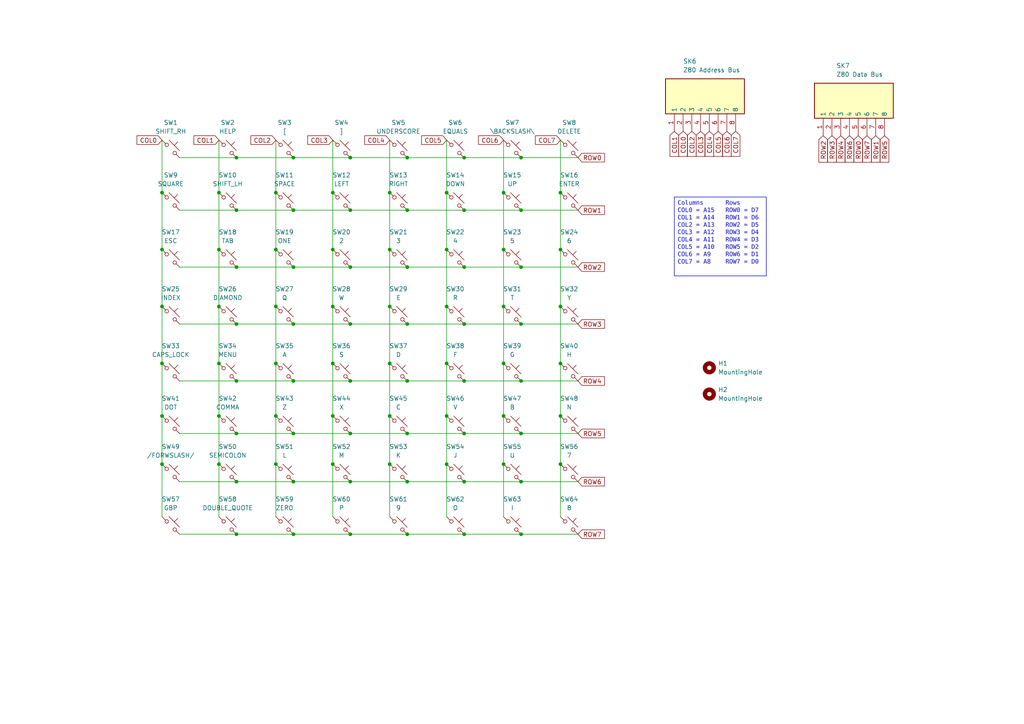
<source format=kicad_sch>
(kicad_sch (version 20250114) (generator "eeschema") (generator_version "9.0")
  (paper "A4")
  (title_block (title "Z88 Mechanical Keyboard") (date "1-Jul-2025") (rev "WIP") (company "Brett Hallen") (comment 1 "www.youtube.com/@Brfff"))
  (lib_symbols
    (symbol "Clueless_Engineer:5-520314-8"
      (property "Reference" "J" (at 16.51 7.62 0))
      (property "Value" "5-520314-8" (at 16.51 5.08 0))
      (symbol "5-520314-8_1_1"
        (rectangle (start 5.08 2.54) (end 15.24 -20.32) (stroke (width 0.254)) (fill (type background)))
        (pin passive line (at 0 0 0) (length 5.08) (name "1") (number "1"))
        (pin passive line (at 0 -2.54 0) (length 5.08) (name "2") (number "2"))
        (pin passive line (at 0 -5.08 0) (length 5.08) (name "3") (number "3"))
        (pin passive line (at 0 -7.62 0) (length 5.08) (name "4") (number "4"))
        (pin passive line (at 0 -10.16 0) (length 5.08) (name "5") (number "5"))
        (pin passive line (at 0 -12.7 0) (length 5.08) (name "6") (number "6"))
        (pin passive line (at 0 -15.24 0) (length 5.08) (name "7") (number "7"))
        (pin passive line (at 0 -17.78 0) (length 5.08) (name "8") (number "8"))
      )
    )
    (symbol "Mechanical:MountingHole" (pin_names (offset 1.016)) (exclude_from_sim yes) (in_bom no)
      (property "Reference" "H" (at 0 5.08 0))
      (property "Value" "MountingHole" (at 0 3.175 0))
      (symbol "MountingHole_0_1"
        (circle (center 0 0) (radius 1.27) (stroke (width 1.27)))
      )
    )
    (symbol "Switch:SW_Push_45deg" (pin_numbers (hide yes)) (pin_names (offset 1.016) (hide yes))
      (property "Reference" "SW" (at 3.048 1.016 0))
      (property "Value" "SW_Push_45deg" (at 0 -3.81 0))
      (symbol "SW_Push_45deg_0_1"
        (polyline (pts (xy -2.54 2.54) (xy -1.524 1.524) (xy -1.524 1.524)))
        (circle (center -1.1684 1.1684) (radius 0.508))
        (polyline (pts (xy -0.508 2.54) (xy 2.54 -0.508)))
        (polyline (pts (xy 1.016 1.016) (xy 2.032 2.032)))
        (circle (center 1.143 -1.1938) (radius 0.508))
        (polyline (pts (xy 1.524 -1.524) (xy 2.54 -2.54) (xy 2.54 -2.54) (xy 2.54 -2.54)))
        (pin passive line (at -2.54 2.54 0) (length 0) (name "1") (number "1"))
        (pin passive line (at 2.54 -2.54 180) (length 0) (name "2") (number "2"))
      )
    )
  )
  (text_box "Columns      Rows\nCOL0 = A15   ROW0 = D7\nCOL1 = A14   ROW1 = D6\nCOL2 = A13   ROW2 = D5\nCOL3 = A12   ROW3 = D4\nCOL4 = A11   ROW4 = D3\nCOL5 = A10   ROW5 = D2\nCOL6 = A9    ROW6 = D1\nCOL7 = A8    ROW7 = D0" (at 195.58 57.15 0) (size 26.67 22.86) (margins 0.9525 0.9525 0.9525 0.9525) (effects (font (size 1.27 1.27)) (justify left top)))
  (junction (at 162.56 120.65))
  (junction (at 151.13 110.49))
  (junction (at 118.11 110.49))
  (junction (at 129.54 55.88))
  (junction (at 101.6 139.7))
  (junction (at 129.54 120.65))
  (junction (at 134.62 154.94))
  (junction (at 80.01 55.88))
  (junction (at 118.11 139.7))
  (junction (at 68.58 154.94))
  (junction (at 96.52 55.88))
  (junction (at 151.13 154.94))
  (junction (at 129.54 88.9))
  (junction (at 46.99 120.65))
  (junction (at 113.03 88.9))
  (junction (at 113.03 120.65))
  (junction (at 129.54 72.39))
  (junction (at 146.05 105.41))
  (junction (at 46.99 55.88))
  (junction (at 101.6 110.49))
  (junction (at 80.01 120.65))
  (junction (at 113.03 72.39))
  (junction (at 63.5 72.39))
  (junction (at 134.62 93.98))
  (junction (at 113.03 134.62))
  (junction (at 68.58 139.7))
  (junction (at 162.56 88.9))
  (junction (at 101.6 93.98))
  (junction (at 63.5 120.65))
  (junction (at 151.13 77.47))
  (junction (at 162.56 105.41))
  (junction (at 46.99 72.39))
  (junction (at 80.01 134.62))
  (junction (at 46.99 88.9))
  (junction (at 80.01 88.9))
  (junction (at 63.5 88.9))
  (junction (at 151.13 60.96))
  (junction (at 118.11 125.73))
  (junction (at 80.01 105.41))
  (junction (at 68.58 110.49))
  (junction (at 46.99 134.62))
  (junction (at 96.52 134.62))
  (junction (at 101.6 125.73))
  (junction (at 85.09 77.47))
  (junction (at 68.58 125.73))
  (junction (at 146.05 120.65))
  (junction (at 134.62 125.73))
  (junction (at 162.56 55.88))
  (junction (at 85.09 110.49))
  (junction (at 151.13 93.98))
  (junction (at 118.11 77.47))
  (junction (at 118.11 154.94))
  (junction (at 85.09 45.72))
  (junction (at 151.13 45.72))
  (junction (at 162.56 72.39))
  (junction (at 134.62 77.47))
  (junction (at 151.13 125.73))
  (junction (at 63.5 105.41))
  (junction (at 118.11 60.96))
  (junction (at 101.6 60.96))
  (junction (at 85.09 139.7))
  (junction (at 46.99 105.41))
  (junction (at 96.52 72.39))
  (junction (at 146.05 55.88))
  (junction (at 85.09 154.94))
  (junction (at 162.56 134.62))
  (junction (at 68.58 45.72))
  (junction (at 68.58 60.96))
  (junction (at 118.11 45.72))
  (junction (at 63.5 134.62))
  (junction (at 134.62 110.49))
  (junction (at 68.58 93.98))
  (junction (at 113.03 55.88))
  (junction (at 134.62 60.96))
  (junction (at 96.52 120.65))
  (junction (at 85.09 125.73))
  (junction (at 63.5 55.88))
  (junction (at 146.05 88.9))
  (junction (at 68.58 77.47))
  (junction (at 134.62 45.72))
  (junction (at 129.54 105.41))
  (junction (at 146.05 72.39))
  (junction (at 146.05 134.62))
  (junction (at 101.6 45.72))
  (junction (at 80.01 72.39))
  (junction (at 129.54 134.62))
  (junction (at 113.03 105.41))
  (junction (at 101.6 77.47))
  (junction (at 151.13 139.7))
  (junction (at 96.52 105.41))
  (junction (at 101.6 154.94))
  (junction (at 118.11 93.98))
  (junction (at 85.09 93.98))
  (junction (at 85.09 60.96))
  (junction (at 134.62 139.7))
  (junction (at 96.52 88.9))
  (wire (pts (xy 80.01 134.62) (xy 80.01 149.86)))
  (wire (pts (xy 68.58 77.47) (xy 85.09 77.47)))
  (wire (pts (xy 63.5 40.64) (xy 63.5 55.88)))
  (wire (pts (xy 118.11 125.73) (xy 134.62 125.73)))
  (wire (pts (xy 146.05 120.65) (xy 146.05 134.62)))
  (wire (pts (xy 146.05 134.62) (xy 146.05 149.86)))
  (wire (pts (xy 63.5 88.9) (xy 63.5 105.41)))
  (wire (pts (xy 52.07 110.49) (xy 68.58 110.49)))
  (wire (pts (xy 129.54 55.88) (xy 129.54 72.39)))
  (wire (pts (xy 46.99 88.9) (xy 46.99 105.41)))
  (wire (pts (xy 80.01 40.64) (xy 80.01 55.88)))
  (wire (pts (xy 46.99 40.64) (xy 46.99 55.88)))
  (wire (pts (xy 52.07 77.47) (xy 68.58 77.47)))
  (wire (pts (xy 80.01 105.41) (xy 80.01 120.65)))
  (wire (pts (xy 85.09 77.47) (xy 101.6 77.47)))
  (wire (pts (xy 134.62 154.94) (xy 151.13 154.94)))
  (wire (pts (xy 68.58 60.96) (xy 85.09 60.96)))
  (wire (pts (xy 63.5 55.88) (xy 63.5 72.39)))
  (wire (pts (xy 80.01 88.9) (xy 80.01 105.41)))
  (wire (pts (xy 118.11 139.7) (xy 134.62 139.7)))
  (wire (pts (xy 151.13 125.73) (xy 167.64 125.73)))
  (wire (pts (xy 46.99 72.39) (xy 46.99 88.9)))
  (wire (pts (xy 46.99 105.41) (xy 46.99 120.65)))
  (wire (pts (xy 113.03 40.64) (xy 113.03 55.88)))
  (wire (pts (xy 52.07 93.98) (xy 68.58 93.98)))
  (wire (pts (xy 63.5 72.39) (xy 63.5 88.9)))
  (wire (pts (xy 68.58 110.49) (xy 85.09 110.49)))
  (wire (pts (xy 151.13 60.96) (xy 167.64 60.96)))
  (wire (pts (xy 113.03 55.88) (xy 113.03 72.39)))
  (wire (pts (xy 52.07 45.72) (xy 68.58 45.72)))
  (wire (pts (xy 118.11 45.72) (xy 134.62 45.72)))
  (wire (pts (xy 101.6 139.7) (xy 118.11 139.7)))
  (wire (pts (xy 134.62 110.49) (xy 151.13 110.49)))
  (wire (pts (xy 101.6 60.96) (xy 118.11 60.96)))
  (wire (pts (xy 134.62 60.96) (xy 151.13 60.96)))
  (wire (pts (xy 96.52 120.65) (xy 96.52 134.62)))
  (wire (pts (xy 96.52 134.62) (xy 96.52 149.86)))
  (wire (pts (xy 46.99 55.88) (xy 46.99 72.39)))
  (wire (pts (xy 146.05 88.9) (xy 146.05 105.41)))
  (wire (pts (xy 113.03 134.62) (xy 113.03 149.86)))
  (wire (pts (xy 80.01 72.39) (xy 80.01 88.9)))
  (wire (pts (xy 101.6 154.94) (xy 118.11 154.94)))
  (wire (pts (xy 129.54 120.65) (xy 129.54 134.62)))
  (wire (pts (xy 96.52 55.88) (xy 96.52 72.39)))
  (wire (pts (xy 63.5 105.41) (xy 63.5 120.65)))
  (wire (pts (xy 80.01 120.65) (xy 80.01 134.62)))
  (wire (pts (xy 134.62 45.72) (xy 151.13 45.72)))
  (wire (pts (xy 46.99 120.65) (xy 46.99 134.62)))
  (wire (pts (xy 80.01 55.88) (xy 80.01 72.39)))
  (wire (pts (xy 129.54 88.9) (xy 129.54 105.41)))
  (wire (pts (xy 46.99 134.62) (xy 46.99 149.86)))
  (wire (pts (xy 63.5 120.65) (xy 63.5 134.62)))
  (wire (pts (xy 151.13 110.49) (xy 167.64 110.49)))
  (wire (pts (xy 129.54 40.64) (xy 129.54 55.88)))
  (wire (pts (xy 118.11 93.98) (xy 134.62 93.98)))
  (wire (pts (xy 162.56 134.62) (xy 162.56 149.86)))
  (wire (pts (xy 146.05 105.41) (xy 146.05 120.65)))
  (wire (pts (xy 101.6 110.49) (xy 118.11 110.49)))
  (wire (pts (xy 85.09 154.94) (xy 101.6 154.94)))
  (wire (pts (xy 52.07 125.73) (xy 68.58 125.73)))
  (wire (pts (xy 118.11 154.94) (xy 134.62 154.94)))
  (wire (pts (xy 162.56 120.65) (xy 162.56 134.62)))
  (wire (pts (xy 113.03 88.9) (xy 113.03 105.41)))
  (wire (pts (xy 134.62 93.98) (xy 151.13 93.98)))
  (wire (pts (xy 113.03 105.41) (xy 113.03 120.65)))
  (wire (pts (xy 146.05 55.88) (xy 146.05 72.39)))
  (wire (pts (xy 146.05 72.39) (xy 146.05 88.9)))
  (wire (pts (xy 129.54 134.62) (xy 129.54 149.86)))
  (wire (pts (xy 162.56 40.64) (xy 162.56 55.88)))
  (wire (pts (xy 129.54 105.41) (xy 129.54 120.65)))
  (wire (pts (xy 118.11 77.47) (xy 134.62 77.47)))
  (wire (pts (xy 134.62 77.47) (xy 151.13 77.47)))
  (wire (pts (xy 96.52 40.64) (xy 96.52 55.88)))
  (wire (pts (xy 151.13 154.94) (xy 167.64 154.94)))
  (wire (pts (xy 101.6 77.47) (xy 118.11 77.47)))
  (wire (pts (xy 151.13 45.72) (xy 167.64 45.72)))
  (wire (pts (xy 85.09 45.72) (xy 101.6 45.72)))
  (wire (pts (xy 101.6 125.73) (xy 118.11 125.73)))
  (wire (pts (xy 85.09 93.98) (xy 101.6 93.98)))
  (wire (pts (xy 68.58 154.94) (xy 85.09 154.94)))
  (wire (pts (xy 134.62 139.7) (xy 151.13 139.7)))
  (wire (pts (xy 146.05 40.64) (xy 146.05 55.88)))
  (wire (pts (xy 96.52 88.9) (xy 96.52 105.41)))
  (wire (pts (xy 85.09 139.7) (xy 101.6 139.7)))
  (wire (pts (xy 118.11 60.96) (xy 134.62 60.96)))
  (wire (pts (xy 113.03 72.39) (xy 113.03 88.9)))
  (wire (pts (xy 101.6 93.98) (xy 118.11 93.98)))
  (wire (pts (xy 68.58 45.72) (xy 85.09 45.72)))
  (wire (pts (xy 162.56 72.39) (xy 162.56 88.9)))
  (wire (pts (xy 118.11 110.49) (xy 134.62 110.49)))
  (wire (pts (xy 52.07 154.94) (xy 68.58 154.94)))
  (wire (pts (xy 52.07 139.7) (xy 68.58 139.7)))
  (wire (pts (xy 151.13 93.98) (xy 167.64 93.98)))
  (wire (pts (xy 68.58 125.73) (xy 85.09 125.73)))
  (wire (pts (xy 113.03 120.65) (xy 113.03 134.62)))
  (wire (pts (xy 85.09 60.96) (xy 101.6 60.96)))
  (wire (pts (xy 85.09 110.49) (xy 101.6 110.49)))
  (wire (pts (xy 101.6 45.72) (xy 118.11 45.72)))
  (wire (pts (xy 162.56 55.88) (xy 162.56 72.39)))
  (wire (pts (xy 68.58 93.98) (xy 85.09 93.98)))
  (wire (pts (xy 63.5 134.62) (xy 63.5 149.86)))
  (wire (pts (xy 129.54 72.39) (xy 129.54 88.9)))
  (wire (pts (xy 68.58 139.7) (xy 85.09 139.7)))
  (wire (pts (xy 151.13 77.47) (xy 167.64 77.47)))
  (wire (pts (xy 96.52 72.39) (xy 96.52 88.9)))
  (wire (pts (xy 162.56 105.41) (xy 162.56 120.65)))
  (wire (pts (xy 52.07 60.96) (xy 68.58 60.96)))
  (wire (pts (xy 85.09 125.73) (xy 101.6 125.73)))
  (wire (pts (xy 134.62 125.73) (xy 151.13 125.73)))
  (wire (pts (xy 162.56 88.9) (xy 162.56 105.41)))
  (wire (pts (xy 96.52 105.41) (xy 96.52 120.65)))
  (wire (pts (xy 151.13 139.7) (xy 167.64 139.7)))
  (global_label "COL7" (shape input) (at 213.36 38.1 270) (property "Intersheetrefs" "${INTERSHEET_REFS}" (effects (hide yes))))
  (global_label "ROW7" (shape input) (at 167.64 154.94 0) (property "Intersheetrefs" "${INTERSHEET_REFS}" (effects (hide yes))))
  (global_label "COL2" (shape input) (at 80.01 40.64 180) (property "Intersheetrefs" "${INTERSHEET_REFS}" (effects (hide yes))))
  (global_label "COL0" (shape input) (at 198.12 38.1 270) (property "Intersheetrefs" "${INTERSHEET_REFS}" (effects (hide yes))))
  (global_label "COL1" (shape input) (at 63.5 40.64 180) (property "Intersheetrefs" "${INTERSHEET_REFS}" (effects (hide yes))))
  (global_label "COL5" (shape input) (at 129.54 40.64 180) (property "Intersheetrefs" "${INTERSHEET_REFS}" (effects (hide yes))))
  (global_label "COL3" (shape input) (at 203.2 38.1 270) (property "Intersheetrefs" "${INTERSHEET_REFS}" (effects (hide yes))))
  (global_label "ROW3" (shape input) (at 167.64 93.98 0) (property "Intersheetrefs" "${INTERSHEET_REFS}" (effects (hide yes))))
  (global_label "COL7" (shape input) (at 162.56 40.64 180) (property "Intersheetrefs" "${INTERSHEET_REFS}" (effects (hide yes))))
  (global_label "COL0" (shape input) (at 46.99 40.64 180) (property "Intersheetrefs" "${INTERSHEET_REFS}" (effects (hide yes))))
  (global_label "ROW4" (shape input) (at 167.64 110.49 0) (property "Intersheetrefs" "${INTERSHEET_REFS}" (effects (hide yes))))
  (global_label "ROW5" (shape input) (at 256.54 39.37 270) (property "Intersheetrefs" "${INTERSHEET_REFS}" (effects (hide yes))))
  (global_label "ROW2" (shape input) (at 167.64 77.47 0) (property "Intersheetrefs" "${INTERSHEET_REFS}" (effects (hide yes))))
  (global_label "COL6" (shape input) (at 210.82 38.1 270) (property "Intersheetrefs" "${INTERSHEET_REFS}" (effects (hide yes))))
  (global_label "COL2" (shape input) (at 200.66 38.1 270) (property "Intersheetrefs" "${INTERSHEET_REFS}" (effects (hide yes))))
  (global_label "COL4" (shape input) (at 113.03 40.64 180) (property "Intersheetrefs" "${INTERSHEET_REFS}" (effects (hide yes))))
  (global_label "ROW2" (shape input) (at 238.76 39.37 270) (property "Intersheetrefs" "${INTERSHEET_REFS}" (effects (hide yes))))
  (global_label "ROW1" (shape input) (at 167.64 60.96 0) (property "Intersheetrefs" "${INTERSHEET_REFS}" (effects (hide yes))))
  (global_label "COL3" (shape input) (at 96.52 40.64 180) (property "Intersheetrefs" "${INTERSHEET_REFS}" (effects (hide yes))))
  (global_label "ROW5" (shape input) (at 167.64 125.73 0) (property "Intersheetrefs" "${INTERSHEET_REFS}" (effects (hide yes))))
  (global_label "COL1" (shape input) (at 195.58 38.1 270) (property "Intersheetrefs" "${INTERSHEET_REFS}" (effects (hide yes))))
  (global_label "ROW6" (shape input) (at 246.38 39.37 270) (property "Intersheetrefs" "${INTERSHEET_REFS}" (effects (hide yes))))
  (global_label "ROW6" (shape input) (at 167.64 139.7 0) (property "Intersheetrefs" "${INTERSHEET_REFS}" (effects (hide yes))))
  (global_label "ROW4" (shape input) (at 243.84 39.37 270) (property "Intersheetrefs" "${INTERSHEET_REFS}" (effects (hide yes))))
  (global_label "ROW0" (shape input) (at 248.92 39.37 270) (property "Intersheetrefs" "${INTERSHEET_REFS}" (effects (hide yes))))
  (global_label "COL4" (shape input) (at 205.74 38.1 270) (property "Intersheetrefs" "${INTERSHEET_REFS}" (effects (hide yes))))
  (global_label "COL6" (shape input) (at 146.05 40.64 180) (property "Intersheetrefs" "${INTERSHEET_REFS}" (effects (hide yes))))
  (global_label "COL5" (shape input) (at 208.28 38.1 270) (property "Intersheetrefs" "${INTERSHEET_REFS}" (effects (hide yes))))
  (global_label "ROW0" (shape input) (at 167.64 45.72 0) (property "Intersheetrefs" "${INTERSHEET_REFS}" (effects (hide yes))))
  (global_label "ROW7" (shape input) (at 251.46 39.37 270) (property "Intersheetrefs" "${INTERSHEET_REFS}" (effects (hide yes))))
  (global_label "ROW3" (shape input) (at 241.3 39.37 270) (property "Intersheetrefs" "${INTERSHEET_REFS}" (effects (hide yes))))
  (global_label "ROW1" (shape input) (at 254 39.37 270) (property "Intersheetrefs" "${INTERSHEET_REFS}" (effects (hide yes))))
  (symbol (lib_id "Switch:SW_Push_45deg") (at 82.55 137.16 0) (unit 1)
    (property "Reference" "SW51" (at 82.55 129.54 0))
    (property "Value" "L" (at 82.55 132.08 0))
    (property "Footprint" "Clueless_Engineer:SW_Gateron_LowProfile_THT" (effects (hide yes)))
    (property "Description" "Push button switch, normally open, two pins, 45° tilted" (effects (hide yes)))
  )
  (symbol (lib_id "Switch:SW_Push_45deg") (at 115.57 123.19 0) (unit 1)
    (property "Reference" "SW45" (at 115.57 115.57 0))
    (property "Value" "C" (at 115.57 118.11 0))
    (property "Footprint" "Clueless_Engineer:SW_Gateron_LowProfile_THT" (effects (hide yes)))
    (property "Description" "Push button switch, normally open, two pins, 45° tilted" (effects (hide yes)))
  )
  (symbol (lib_id "Mechanical:MountingHole") (at 205.74 106.68 0) (unit 1) (exclude_from_sim yes) (in_bom no)
    (property "Reference" "H1" (at 208.28 105.4099 0) (effects (justify left)))
    (property "Value" "MountingHole" (at 208.28 107.9499 0) (effects (justify left)))
    (property "Footprint" "MountingHole:MountingHole_3.2mm_M3" (effects (hide yes)))
    (property "Description" "Mounting Hole without connection" (effects (hide yes)))
  )
  (symbol (lib_id "Switch:SW_Push_45deg") (at 165.1 43.18 0) (unit 1)
    (property "Reference" "SW8" (at 165.1 35.56 0))
    (property "Value" "DELETE" (at 165.1 38.1 0))
    (property "Footprint" "Clueless_Engineer:SW_Gateron_LowProfile_THT" (effects (hide yes)))
    (property "Description" "Push button switch, normally open, two pins, 45° tilted" (effects (hide yes)))
  )
  (symbol (lib_id "Switch:SW_Push_45deg") (at 115.57 43.18 0) (unit 1)
    (property "Reference" "SW5" (at 115.57 35.56 0))
    (property "Value" "UNDERSCORE" (at 115.57 38.1 0))
    (property "Footprint" "Clueless_Engineer:SW_Gateron_LowProfile_THT" (effects (hide yes)))
    (property "Description" "Push button switch, normally open, two pins, 45° tilted" (effects (hide yes)))
  )
  (symbol (lib_id "Switch:SW_Push_45deg") (at 132.08 152.4 0) (unit 1)
    (property "Reference" "SW62" (at 132.08 144.78 0))
    (property "Value" "O" (at 132.08 147.32 0))
    (property "Footprint" "Clueless_Engineer:SW_Gateron_LowProfile_THT" (effects (hide yes)))
    (property "Description" "Push button switch, normally open, two pins, 45° tilted" (effects (hide yes)))
  )
  (symbol (lib_id "Switch:SW_Push_45deg") (at 66.04 152.4 0) (unit 1)
    (property "Reference" "SW58" (at 66.04 144.78 0))
    (property "Value" "DOUBLE_QUOTE" (at 66.04 147.32 0))
    (property "Footprint" "Clueless_Engineer:SW_Gateron_LowProfile_THT" (effects (hide yes)))
    (property "Description" "Push button switch, normally open, two pins, 45° tilted" (effects (hide yes)))
  )
  (symbol (lib_id "Switch:SW_Push_45deg") (at 49.53 58.42 0) (unit 1)
    (property "Reference" "SW9" (at 49.53 50.8 0))
    (property "Value" "SQUARE" (at 49.53 53.34 0))
    (property "Footprint" "Clueless_Engineer:SW_Gateron_LowProfile_THT" (effects (hide yes)))
    (property "Description" "Push button switch, normally open, two pins, 45° tilted" (effects (hide yes)))
  )
  (symbol (lib_id "Switch:SW_Push_45deg") (at 115.57 137.16 0) (unit 1)
    (property "Reference" "SW53" (at 115.57 129.54 0))
    (property "Value" "K" (at 115.57 132.08 0))
    (property "Footprint" "Clueless_Engineer:SW_Gateron_LowProfile_THT" (effects (hide yes)))
    (property "Description" "Push button switch, normally open, two pins, 45° tilted" (effects (hide yes)))
  )
  (symbol (lib_id "Switch:SW_Push_45deg") (at 82.55 123.19 0) (unit 1)
    (property "Reference" "SW43" (at 82.55 115.57 0))
    (property "Value" "Z" (at 82.55 118.11 0))
    (property "Footprint" "Clueless_Engineer:SW_Gateron_LowProfile_THT" (effects (hide yes)))
    (property "Description" "Push button switch, normally open, two pins, 45° tilted" (effects (hide yes)))
  )
  (symbol (lib_id "Switch:SW_Push_45deg") (at 82.55 91.44 0) (unit 1)
    (property "Reference" "SW27" (at 82.55 83.82 0))
    (property "Value" "Q" (at 82.55 86.36 0))
    (property "Footprint" "Clueless_Engineer:SW_Gateron_LowProfile_THT" (effects (hide yes)))
    (property "Description" "Push button switch, normally open, two pins, 45° tilted" (effects (hide yes)))
  )
  (symbol (lib_id "Switch:SW_Push_45deg") (at 115.57 152.4 0) (unit 1)
    (property "Reference" "SW61" (at 115.57 144.78 0))
    (property "Value" "9" (at 115.57 147.32 0))
    (property "Footprint" "Clueless_Engineer:SW_Gateron_LowProfile_THT" (effects (hide yes)))
    (property "Description" "Push button switch, normally open, two pins, 45° tilted" (effects (hide yes)))
  )
  (symbol (lib_id "Switch:SW_Push_45deg") (at 148.59 123.19 0) (unit 1)
    (property "Reference" "SW47" (at 148.59 115.57 0))
    (property "Value" "B" (at 148.59 118.11 0))
    (property "Footprint" "Clueless_Engineer:SW_Gateron_LowProfile_THT" (effects (hide yes)))
    (property "Description" "Push button switch, normally open, two pins, 45° tilted" (effects (hide yes)))
  )
  (symbol (lib_id "Switch:SW_Push_45deg") (at 82.55 74.93 0) (unit 1)
    (property "Reference" "SW19" (at 82.55 67.31 0))
    (property "Value" "ONE" (at 82.55 69.85 0))
    (property "Footprint" "Clueless_Engineer:SW_Gateron_LowProfile_THT" (effects (hide yes)))
    (property "Description" "Push button switch, normally open, two pins, 45° tilted" (effects (hide yes)))
  )
  (symbol (lib_id "Switch:SW_Push_45deg") (at 82.55 43.18 0) (unit 1)
    (property "Reference" "SW3" (at 82.55 35.56 0))
    (property "Value" "[" (at 82.55 38.1 0))
    (property "Footprint" "Clueless_Engineer:SW_Gateron_LowProfile_THT" (effects (hide yes)))
    (property "Description" "Push button switch, normally open, two pins, 45° tilted" (effects (hide yes)))
  )
  (symbol (lib_id "Switch:SW_Push_45deg") (at 49.53 107.95 0) (unit 1)
    (property "Reference" "SW33" (at 49.53 100.33 0))
    (property "Value" "CAPS_LOCK" (at 49.53 102.87 0))
    (property "Footprint" "Clueless_Engineer:SW_Gateron_LowProfile_THT" (effects (hide yes)))
    (property "Description" "Push button switch, normally open, two pins, 45° tilted" (effects (hide yes)))
  )
  (symbol (lib_id "Switch:SW_Push_45deg") (at 49.53 137.16 0) (unit 1)
    (property "Reference" "SW49" (at 49.53 129.54 0))
    (property "Value" "/FORWSLASH/" (at 49.53 132.08 0))
    (property "Footprint" "Clueless_Engineer:SW_Gateron_LowProfile_THT" (effects (hide yes)))
    (property "Description" "Push button switch, normally open, two pins, 45° tilted" (effects (hide yes)))
  )
  (symbol (lib_id "Switch:SW_Push_45deg") (at 132.08 58.42 0) (unit 1)
    (property "Reference" "SW14" (at 132.08 50.8 0))
    (property "Value" "DOWN" (at 132.08 53.34 0))
    (property "Footprint" "Clueless_Engineer:SW_Gateron_LowProfile_THT" (effects (hide yes)))
    (property "Description" "Push button switch, normally open, two pins, 45° tilted" (effects (hide yes)))
  )
  (symbol (lib_id "Switch:SW_Push_45deg") (at 132.08 74.93 0) (unit 1)
    (property "Reference" "SW22" (at 132.08 67.31 0))
    (property "Value" "4" (at 132.08 69.85 0))
    (property "Footprint" "Clueless_Engineer:SW_Gateron_LowProfile_THT" (effects (hide yes)))
    (property "Description" "Push button switch, normally open, two pins, 45° tilted" (effects (hide yes)))
  )
  (symbol (lib_id "Switch:SW_Push_45deg") (at 99.06 123.19 0) (unit 1)
    (property "Reference" "SW44" (at 99.06 115.57 0))
    (property "Value" "X" (at 99.06 118.11 0))
    (property "Footprint" "Clueless_Engineer:SW_Gateron_LowProfile_THT" (effects (hide yes)))
    (property "Description" "Push button switch, normally open, two pins, 45° tilted" (effects (hide yes)))
  )
  (symbol (lib_id "Switch:SW_Push_45deg") (at 115.57 107.95 0) (unit 1)
    (property "Reference" "SW37" (at 115.57 100.33 0))
    (property "Value" "D" (at 115.57 102.87 0))
    (property "Footprint" "Clueless_Engineer:SW_Gateron_LowProfile_THT" (effects (hide yes)))
    (property "Description" "Push button switch, normally open, two pins, 45° tilted" (effects (hide yes)))
  )
  (symbol (lib_id "Switch:SW_Push_45deg") (at 82.55 58.42 0) (unit 1)
    (property "Reference" "SW11" (at 82.55 50.8 0))
    (property "Value" "SPACE" (at 82.55 53.34 0))
    (property "Footprint" "Clueless_Engineer:SW_Gateron_LowProfile_THT" (effects (hide yes)))
    (property "Description" "Push button switch, normally open, two pins, 45° tilted" (effects (hide yes)))
  )
  (symbol (lib_id "Switch:SW_Push_45deg") (at 66.04 74.93 0) (unit 1)
    (property "Reference" "SW18" (at 66.04 67.31 0))
    (property "Value" "TAB" (at 66.04 69.85 0))
    (property "Footprint" "Clueless_Engineer:SW_Gateron_LowProfile_THT" (effects (hide yes)))
    (property "Description" "Push button switch, normally open, two pins, 45° tilted" (effects (hide yes)))
  )
  (symbol (lib_id "Switch:SW_Push_45deg") (at 132.08 43.18 0) (unit 1)
    (property "Reference" "SW6" (at 132.08 35.56 0))
    (property "Value" "EQUALS" (at 132.08 38.1 0))
    (property "Footprint" "Clueless_Engineer:SW_Gateron_LowProfile_THT" (effects (hide yes)))
    (property "Description" "Push button switch, normally open, two pins, 45° tilted" (effects (hide yes)))
  )
  (symbol (lib_id "Switch:SW_Push_45deg") (at 148.59 137.16 0) (unit 1)
    (property "Reference" "SW55" (at 148.59 129.54 0))
    (property "Value" "U" (at 148.59 132.08 0))
    (property "Footprint" "Clueless_Engineer:SW_Gateron_LowProfile_THT" (effects (hide yes)))
    (property "Description" "Push button switch, normally open, two pins, 45° tilted" (effects (hide yes)))
  )
  (symbol (lib_id "Switch:SW_Push_45deg") (at 115.57 91.44 0) (unit 1)
    (property "Reference" "SW29" (at 115.57 83.82 0))
    (property "Value" "E" (at 115.57 86.36 0))
    (property "Footprint" "Clueless_Engineer:SW_Gateron_LowProfile_THT" (effects (hide yes)))
    (property "Description" "Push button switch, normally open, two pins, 45° tilted" (effects (hide yes)))
  )
  (symbol (lib_id "Switch:SW_Push_45deg") (at 148.59 152.4 0) (unit 1)
    (property "Reference" "SW63" (at 148.59 144.78 0))
    (property "Value" "I" (at 148.59 147.32 0))
    (property "Footprint" "Clueless_Engineer:SW_Gateron_LowProfile_THT" (effects (hide yes)))
    (property "Description" "Push button switch, normally open, two pins, 45° tilted" (effects (hide yes)))
  )
  (symbol (lib_id "Switch:SW_Push_45deg") (at 115.57 58.42 0) (unit 1)
    (property "Reference" "SW13" (at 115.57 50.8 0))
    (property "Value" "RIGHT" (at 115.57 53.34 0))
    (property "Footprint" "Clueless_Engineer:SW_Gateron_LowProfile_THT" (effects (hide yes)))
    (property "Description" "Push button switch, normally open, two pins, 45° tilted" (effects (hide yes)))
  )
  (symbol (lib_id "Switch:SW_Push_45deg") (at 49.53 74.93 0) (unit 1)
    (property "Reference" "SW17" (at 49.53 67.31 0))
    (property "Value" "ESC" (at 49.53 69.85 0))
    (property "Footprint" "Clueless_Engineer:SW_Gateron_LowProfile_THT" (effects (hide yes)))
    (property "Description" "Push button switch, normally open, two pins, 45° tilted" (effects (hide yes)))
  )
  (symbol (lib_id "Switch:SW_Push_45deg") (at 99.06 152.4 0) (unit 1)
    (property "Reference" "SW60" (at 99.06 144.78 0))
    (property "Value" "P" (at 99.06 147.32 0))
    (property "Footprint" "Clueless_Engineer:SW_Gateron_LowProfile_THT" (effects (hide yes)))
    (property "Description" "Push button switch, normally open, two pins, 45° tilted" (effects (hide yes)))
  )
  (symbol (lib_id "Switch:SW_Push_45deg") (at 66.04 107.95 0) (unit 1)
    (property "Reference" "SW34" (at 66.04 100.33 0))
    (property "Value" "MENU" (at 66.04 102.87 0))
    (property "Footprint" "Clueless_Engineer:SW_Gateron_LowProfile_THT" (effects (hide yes)))
    (property "Description" "Push button switch, normally open, two pins, 45° tilted" (effects (hide yes)))
  )
  (symbol (lib_id "Switch:SW_Push_45deg") (at 82.55 107.95 0) (unit 1)
    (property "Reference" "SW35" (at 82.55 100.33 0))
    (property "Value" "A" (at 82.55 102.87 0))
    (property "Footprint" "Clueless_Engineer:SW_Gateron_LowProfile_THT" (effects (hide yes)))
    (property "Description" "Push button switch, normally open, two pins, 45° tilted" (effects (hide yes)))
  )
  (symbol (lib_id "Switch:SW_Push_45deg") (at 115.57 74.93 0) (unit 1)
    (property "Reference" "SW21" (at 115.57 67.31 0))
    (property "Value" "3" (at 115.57 69.85 0))
    (property "Footprint" "Clueless_Engineer:SW_Gateron_LowProfile_THT" (effects (hide yes)))
    (property "Description" "Push button switch, normally open, two pins, 45° tilted" (effects (hide yes)))
  )
  (symbol (lib_id "Switch:SW_Push_45deg") (at 165.1 58.42 0) (unit 1)
    (property "Reference" "SW16" (at 165.1 50.8 0))
    (property "Value" "ENTER" (at 165.1 53.34 0))
    (property "Footprint" "Clueless_Engineer:SW_Gateron_LowProfile_THT" (effects (hide yes)))
    (property "Description" "Push button switch, normally open, two pins, 45° tilted" (effects (hide yes)))
  )
  (symbol (lib_id "Switch:SW_Push_45deg") (at 49.53 123.19 0) (unit 1)
    (property "Reference" "SW41" (at 49.53 115.57 0))
    (property "Value" "DOT" (at 49.53 118.11 0))
    (property "Footprint" "Clueless_Engineer:SW_Gateron_LowProfile_THT" (effects (hide yes)))
    (property "Description" "Push button switch, normally open, two pins, 45° tilted" (effects (hide yes)))
  )
  (symbol (lib_id "Switch:SW_Push_45deg") (at 132.08 107.95 0) (unit 1)
    (property "Reference" "SW38" (at 132.08 100.33 0))
    (property "Value" "F" (at 132.08 102.87 0))
    (property "Footprint" "Clueless_Engineer:SW_Gateron_LowProfile_THT" (effects (hide yes)))
    (property "Description" "Push button switch, normally open, two pins, 45° tilted" (effects (hide yes)))
  )
  (symbol (lib_id "Switch:SW_Push_45deg") (at 165.1 152.4 0) (unit 1)
    (property "Reference" "SW64" (at 165.1 144.78 0))
    (property "Value" "8" (at 165.1 147.32 0))
    (property "Footprint" "Clueless_Engineer:SW_Gateron_LowProfile_THT" (effects (hide yes)))
    (property "Description" "Push button switch, normally open, two pins, 45° tilted" (effects (hide yes)))
  )
  (symbol (lib_id "Switch:SW_Push_45deg") (at 165.1 91.44 0) (unit 1)
    (property "Reference" "SW32" (at 165.1 83.82 0))
    (property "Value" "Y" (at 165.1 86.36 0))
    (property "Footprint" "Clueless_Engineer:SW_Gateron_LowProfile_THT" (effects (hide yes)))
    (property "Description" "Push button switch, normally open, two pins, 45° tilted" (effects (hide yes)))
  )
  (symbol (lib_id "Switch:SW_Push_45deg") (at 148.59 43.18 0) (unit 1)
    (property "Reference" "SW7" (at 148.59 35.56 0))
    (property "Value" "\\BACKSLASH\\" (at 148.59 38.1 0))
    (property "Footprint" "Clueless_Engineer:SW_Gateron_LowProfile_THT" (effects (hide yes)))
    (property "Description" "Push button switch, normally open, two pins, 45° tilted" (effects (hide yes)))
  )
  (symbol (lib_id "Switch:SW_Push_45deg") (at 165.1 74.93 0) (unit 1)
    (property "Reference" "SW24" (at 165.1 67.31 0))
    (property "Value" "6" (at 165.1 69.85 0))
    (property "Footprint" "Clueless_Engineer:SW_Gateron_LowProfile_THT" (effects (hide yes)))
    (property "Description" "Push button switch, normally open, two pins, 45° tilted" (effects (hide yes)))
  )
  (symbol (lib_id "Switch:SW_Push_45deg") (at 66.04 137.16 0) (unit 1)
    (property "Reference" "SW50" (at 66.04 129.54 0))
    (property "Value" "SEMICOLON" (at 66.04 132.08 0))
    (property "Footprint" "Clueless_Engineer:SW_Gateron_LowProfile_THT" (effects (hide yes)))
    (property "Description" "Push button switch, normally open, two pins, 45° tilted" (effects (hide yes)))
  )
  (symbol (lib_id "Clueless_Engineer:5-520314-8") (at 195.58 38.1 90) (unit 1)
    (property "Reference" "SK6" (at 198.12 17.78 90) (effects (justify right)))
    (property "Value" "Z80 Address Bus" (at 198.12 20.32 90) (effects (justify right)))
    (property "Footprint" "Clueless_Engineer:55203148" (effects (hide yes)))
    (property "Datasheet" "https://www.te.com/commerce/DocumentDelivery/DDEController?Action=srchrtrv&DocNm=520314&DocType=Customer+Drawing&DocLang=English" (effects (hide yes)))
    (property "Description" "TRIOMATE ASSY H 8P L=2.54 LDFR" (effects (hide yes)))
    (property "Height" "4.83" (effects (hide yes)))
    (property "Mouser Part Number" "571-5-520314-8" (effects (hide yes)))
    (property "Mouser Price/Stock" "https://www.mouser.co.uk/ProductDetail/TE-Connectivity-AMP/5-520314-8?qs=lnVw2K6okukc2ogv5Hk%252BCA%3D%3D" (effects (hide yes)))
    (property "Manufacturer_Name" "TE Connectivity" (effects (hide yes)))
    (property "Manufacturer_Part_Number" "5-520314-8" (effects (hide yes)))
  )
  (symbol (lib_id "Switch:SW_Push_45deg") (at 99.06 43.18 0) (unit 1)
    (property "Reference" "SW4" (at 99.06 35.56 0))
    (property "Value" "]" (at 99.06 38.1 0))
    (property "Footprint" "Clueless_Engineer:SW_Gateron_LowProfile_THT" (effects (hide yes)))
    (property "Description" "Push button switch, normally open, two pins, 45° tilted" (effects (hide yes)))
  )
  (symbol (lib_id "Switch:SW_Push_45deg") (at 148.59 91.44 0) (unit 1)
    (property "Reference" "SW31" (at 148.59 83.82 0))
    (property "Value" "T" (at 148.59 86.36 0))
    (property "Footprint" "Clueless_Engineer:SW_Gateron_LowProfile_THT" (effects (hide yes)))
    (property "Description" "Push button switch, normally open, two pins, 45° tilted" (effects (hide yes)))
  )
  (symbol (lib_id "Switch:SW_Push_45deg") (at 148.59 74.93 0) (unit 1)
    (property "Reference" "SW23" (at 148.59 67.31 0))
    (property "Value" "5" (at 148.59 69.85 0))
    (property "Footprint" "Clueless_Engineer:SW_Gateron_LowProfile_THT" (effects (hide yes)))
    (property "Description" "Push button switch, normally open, two pins, 45° tilted" (effects (hide yes)))
  )
  (symbol (lib_id "Switch:SW_Push_45deg") (at 165.1 137.16 0) (unit 1)
    (property "Reference" "SW56" (at 165.1 129.54 0))
    (property "Value" "7" (at 165.1 132.08 0))
    (property "Footprint" "Clueless_Engineer:SW_Gateron_LowProfile_THT" (effects (hide yes)))
    (property "Description" "Push button switch, normally open, two pins, 45° tilted" (effects (hide yes)))
  )
  (symbol (lib_id "Switch:SW_Push_45deg") (at 99.06 91.44 0) (unit 1)
    (property "Reference" "SW28" (at 99.06 83.82 0))
    (property "Value" "W" (at 99.06 86.36 0))
    (property "Footprint" "Clueless_Engineer:SW_Gateron_LowProfile_THT" (effects (hide yes)))
    (property "Description" "Push button switch, normally open, two pins, 45° tilted" (effects (hide yes)))
  )
  (symbol (lib_id "Switch:SW_Push_45deg") (at 132.08 91.44 0) (unit 1)
    (property "Reference" "SW30" (at 132.08 83.82 0))
    (property "Value" "R" (at 132.08 86.36 0))
    (property "Footprint" "Clueless_Engineer:SW_Gateron_LowProfile_THT" (effects (hide yes)))
    (property "Description" "Push button switch, normally open, two pins, 45° tilted" (effects (hide yes)))
  )
  (symbol (lib_id "Switch:SW_Push_45deg") (at 132.08 137.16 0) (unit 1)
    (property "Reference" "SW54" (at 132.08 129.54 0))
    (property "Value" "J" (at 132.08 132.08 0))
    (property "Footprint" "Clueless_Engineer:SW_Gateron_LowProfile_THT" (effects (hide yes)))
    (property "Description" "Push button switch, normally open, two pins, 45° tilted" (effects (hide yes)))
  )
  (symbol (lib_id "Switch:SW_Push_45deg") (at 66.04 58.42 0) (unit 1)
    (property "Reference" "SW10" (at 66.04 50.8 0))
    (property "Value" "SHIFT_LH" (at 66.04 53.34 0))
    (property "Footprint" "Clueless_Engineer:SW_Gateron_LowProfile_THT" (effects (hide yes)))
    (property "Description" "Push button switch, normally open, two pins, 45° tilted" (effects (hide yes)))
  )
  (symbol (lib_id "Switch:SW_Push_45deg") (at 99.06 58.42 0) (unit 1)
    (property "Reference" "SW12" (at 99.06 50.8 0))
    (property "Value" "LEFT" (at 99.06 53.34 0))
    (property "Footprint" "Clueless_Engineer:SW_Gateron_LowProfile_THT" (effects (hide yes)))
    (property "Description" "Push button switch, normally open, two pins, 45° tilted" (effects (hide yes)))
  )
  (symbol (lib_id "Switch:SW_Push_45deg") (at 66.04 91.44 0) (unit 1)
    (property "Reference" "SW26" (at 66.04 83.82 0))
    (property "Value" "DIAMOND" (at 66.04 86.36 0))
    (property "Footprint" "Clueless_Engineer:SW_Gateron_LowProfile_THT" (effects (hide yes)))
    (property "Description" "Push button switch, normally open, two pins, 45° tilted" (effects (hide yes)))
  )
  (symbol (lib_id "Switch:SW_Push_45deg") (at 82.55 152.4 0) (unit 1)
    (property "Reference" "SW59" (at 82.55 144.78 0))
    (property "Value" "ZERO" (at 82.55 147.32 0))
    (property "Footprint" "Clueless_Engineer:SW_Gateron_LowProfile_THT" (effects (hide yes)))
    (property "Description" "Push button switch, normally open, two pins, 45° tilted" (effects (hide yes)))
  )
  (symbol (lib_id "Switch:SW_Push_45deg") (at 66.04 43.18 0) (unit 1)
    (property "Reference" "SW2" (at 66.04 35.56 0))
    (property "Value" "HELP" (at 66.04 38.1 0))
    (property "Footprint" "Clueless_Engineer:SW_Gateron_LowProfile_THT" (effects (hide yes)))
    (property "Description" "Push button switch, normally open, two pins, 45° tilted" (effects (hide yes)))
  )
  (symbol (lib_id "Switch:SW_Push_45deg") (at 165.1 123.19 0) (unit 1)
    (property "Reference" "SW48" (at 165.1 115.57 0))
    (property "Value" "N" (at 165.1 118.11 0))
    (property "Footprint" "Clueless_Engineer:SW_Gateron_LowProfile_THT" (effects (hide yes)))
    (property "Description" "Push button switch, normally open, two pins, 45° tilted" (effects (hide yes)))
  )
  (symbol (lib_id "Switch:SW_Push_45deg") (at 165.1 107.95 0) (unit 1)
    (property "Reference" "SW40" (at 165.1 100.33 0))
    (property "Value" "H" (at 165.1 102.87 0))
    (property "Footprint" "Clueless_Engineer:SW_Gateron_LowProfile_THT" (effects (hide yes)))
    (property "Description" "Push button switch, normally open, two pins, 45° tilted" (effects (hide yes)))
  )
  (symbol (lib_id "Mechanical:MountingHole") (at 205.74 114.3 0) (unit 1) (exclude_from_sim yes) (in_bom no)
    (property "Reference" "H2" (at 208.28 113.0299 0) (effects (justify left)))
    (property "Value" "MountingHole" (at 208.28 115.5699 0) (effects (justify left)))
    (property "Footprint" "MountingHole:MountingHole_3.2mm_M3" (effects (hide yes)))
    (property "Description" "Mounting Hole without connection" (effects (hide yes)))
  )
  (symbol (lib_id "Switch:SW_Push_45deg") (at 49.53 43.18 0) (unit 1)
    (property "Reference" "SW1" (at 49.53 35.56 0))
    (property "Value" "SHIFT_RH" (at 49.53 38.1 0))
    (property "Footprint" "Clueless_Engineer:SW_Gateron_LowProfile_THT" (effects (hide yes)))
    (property "Description" "Push button switch, normally open, two pins, 45° tilted" (effects (hide yes)))
  )
  (symbol (lib_id "Switch:SW_Push_45deg") (at 132.08 123.19 0) (unit 1)
    (property "Reference" "SW46" (at 132.08 115.57 0))
    (property "Value" "V" (at 132.08 118.11 0))
    (property "Footprint" "Clueless_Engineer:SW_Gateron_LowProfile_THT" (effects (hide yes)))
    (property "Description" "Push button switch, normally open, two pins, 45° tilted" (effects (hide yes)))
  )
  (symbol (lib_id "Switch:SW_Push_45deg") (at 66.04 123.19 0) (unit 1)
    (property "Reference" "SW42" (at 66.04 115.57 0))
    (property "Value" "COMMA" (at 66.04 118.11 0))
    (property "Footprint" "Clueless_Engineer:SW_Gateron_LowProfile_THT" (effects (hide yes)))
    (property "Description" "Push button switch, normally open, two pins, 45° tilted" (effects (hide yes)))
  )
  (symbol (lib_id "Switch:SW_Push_45deg") (at 99.06 137.16 0) (unit 1)
    (property "Reference" "SW52" (at 99.06 129.54 0))
    (property "Value" "M" (at 99.06 132.08 0))
    (property "Footprint" "Clueless_Engineer:SW_Gateron_LowProfile_THT" (effects (hide yes)))
    (property "Description" "Push button switch, normally open, two pins, 45° tilted" (effects (hide yes)))
  )
  (symbol (lib_id "Switch:SW_Push_45deg") (at 99.06 107.95 0) (unit 1)
    (property "Reference" "SW36" (at 99.06 100.33 0))
    (property "Value" "S" (at 99.06 102.87 0))
    (property "Footprint" "Clueless_Engineer:SW_Gateron_LowProfile_THT" (effects (hide yes)))
    (property "Description" "Push button switch, normally open, two pins, 45° tilted" (effects (hide yes)))
  )
  (symbol (lib_id "Switch:SW_Push_45deg") (at 99.06 74.93 0) (unit 1)
    (property "Reference" "SW20" (at 99.06 67.31 0))
    (property "Value" "2" (at 99.06 69.85 0))
    (property "Footprint" "Clueless_Engineer:SW_Gateron_LowProfile_THT" (effects (hide yes)))
    (property "Description" "Push button switch, normally open, two pins, 45° tilted" (effects (hide yes)))
  )
  (symbol (lib_id "Switch:SW_Push_45deg") (at 148.59 107.95 0) (unit 1)
    (property "Reference" "SW39" (at 148.59 100.33 0))
    (property "Value" "G" (at 148.59 102.87 0))
    (property "Footprint" "Clueless_Engineer:SW_Gateron_LowProfile_THT" (effects (hide yes)))
    (property "Description" "Push button switch, normally open, two pins, 45° tilted" (effects (hide yes)))
  )
  (symbol (lib_id "Switch:SW_Push_45deg") (at 148.59 58.42 0) (unit 1)
    (property "Reference" "SW15" (at 148.59 50.8 0))
    (property "Value" "UP" (at 148.59 53.34 0))
    (property "Footprint" "Clueless_Engineer:SW_Gateron_LowProfile_THT" (effects (hide yes)))
    (property "Description" "Push button switch, normally open, two pins, 45° tilted" (effects (hide yes)))
  )
  (symbol (lib_id "Switch:SW_Push_45deg") (at 49.53 152.4 0) (unit 1)
    (property "Reference" "SW57" (at 49.53 144.78 0))
    (property "Value" "GBP" (at 49.53 147.32 0))
    (property "Footprint" "Clueless_Engineer:SW_Gateron_LowProfile_THT" (effects (hide yes)))
    (property "Description" "Push button switch, normally open, two pins, 45° tilted" (effects (hide yes)))
  )
  (symbol (lib_id "Clueless_Engineer:5-520314-8") (at 238.76 39.37 90) (unit 1)
    (property "Reference" "SK7" (at 242.57 19.05 90) (effects (justify right)))
    (property "Value" "Z80 Data Bus" (at 242.57 21.59 90) (effects (justify right)))
    (property "Footprint" "Clueless_Engineer:55203148" (effects (hide yes)))
    (property "Datasheet" "https://www.te.com/commerce/DocumentDelivery/DDEController?Action=srchrtrv&DocNm=520314&DocType=Customer+Drawing&DocLang=English" (effects (hide yes)))
    (property "Description" "TRIOMATE ASSY H 8P L=2.54 LDFR" (effects (hide yes)))
    (property "Height" "4.83" (effects (hide yes)))
    (property "Mouser Part Number" "571-5-520314-8" (effects (hide yes)))
    (property "Mouser Price/Stock" "https://www.mouser.co.uk/ProductDetail/TE-Connectivity-AMP/5-520314-8?qs=lnVw2K6okukc2ogv5Hk%252BCA%3D%3D" (effects (hide yes)))
    (property "Manufacturer_Name" "TE Connectivity" (effects (hide yes)))
    (property "Manufacturer_Part_Number" "5-520314-8" (effects (hide yes)))
  )
  (symbol (lib_id "Switch:SW_Push_45deg") (at 49.53 91.44 0) (unit 1)
    (property "Reference" "SW25" (at 49.53 83.82 0))
    (property "Value" "INDEX" (at 49.53 86.36 0))
    (property "Footprint" "Clueless_Engineer:SW_Gateron_LowProfile_THT" (effects (hide yes)))
    (property "Description" "Push button switch, normally open, two pins, 45° tilted" (effects (hide yes)))
  )
)
</source>
